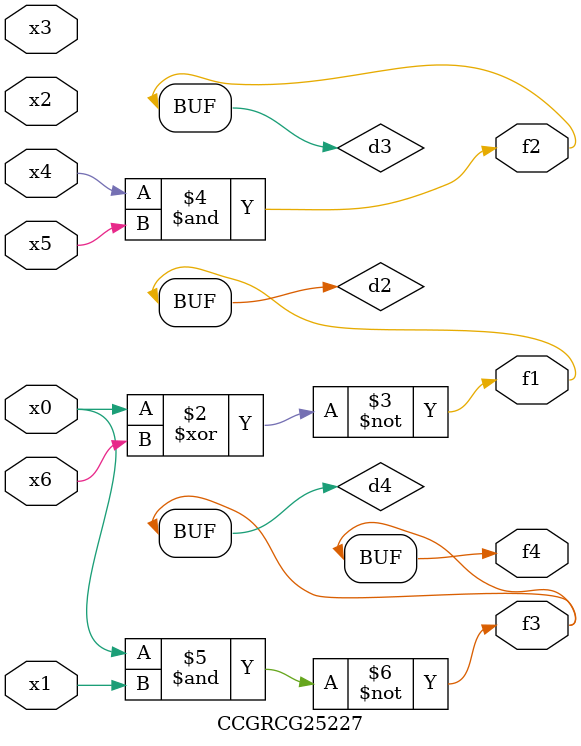
<source format=v>
module CCGRCG25227(
	input x0, x1, x2, x3, x4, x5, x6,
	output f1, f2, f3, f4
);

	wire d1, d2, d3, d4;

	nor (d1, x0);
	xnor (d2, x0, x6);
	and (d3, x4, x5);
	nand (d4, x0, x1);
	assign f1 = d2;
	assign f2 = d3;
	assign f3 = d4;
	assign f4 = d4;
endmodule

</source>
